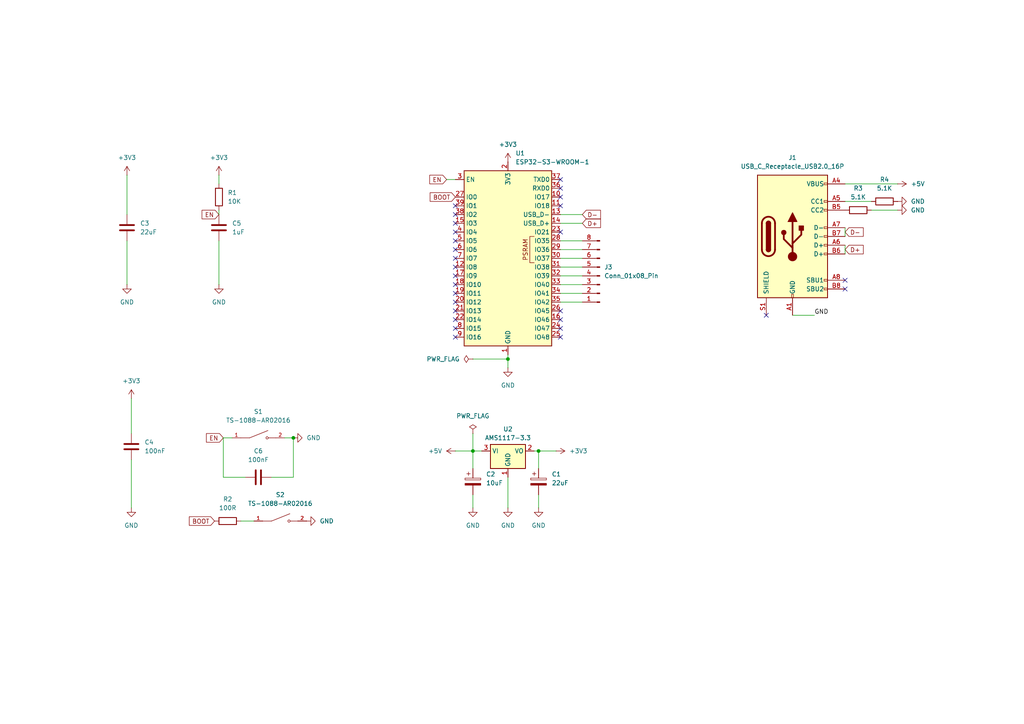
<source format=kicad_sch>
(kicad_sch (version 20231120) (generator "eeschema") (generator_version "8.0")
  (paper "A4")
  (lib_symbols
    (symbol "Connector:Conn_01x08_Pin" (pin_names (offset 1.016) hide)
      (property "Reference" "J" (at 0 10.16 0))
      (property "Value" "Conn_01x08_Pin" (at 0 -12.7 0))
      (symbol "Conn_01x08_Pin_1_1"
        (polyline (pts (xy 1.27 -10.16) (xy 0.8636 -10.16)) (stroke (width 0.1524)))
        (polyline (pts (xy 1.27 -7.62) (xy 0.8636 -7.62)) (stroke (width 0.1524)))
        (polyline (pts (xy 1.27 -5.08) (xy 0.8636 -5.08)) (stroke (width 0.1524)))
        (polyline (pts (xy 1.27 -2.54) (xy 0.8636 -2.54)) (stroke (width 0.1524)))
        (polyline (pts (xy 1.27 0) (xy 0.8636 0)) (stroke (width 0.1524)))
        (polyline (pts (xy 1.27 2.54) (xy 0.8636 2.54)) (stroke (width 0.1524)))
        (polyline (pts (xy 1.27 5.08) (xy 0.8636 5.08)) (stroke (width 0.1524)))
        (polyline (pts (xy 1.27 7.62) (xy 0.8636 7.62)) (stroke (width 0.1524)))
        (rectangle (start 0.8636 -10.033) (end 0 -10.287) (stroke (width 0.1524)) (fill (type outline)))
        (rectangle (start 0.8636 -7.493) (end 0 -7.747) (stroke (width 0.1524)) (fill (type outline)))
        (rectangle (start 0.8636 -4.953) (end 0 -5.207) (stroke (width 0.1524)) (fill (type outline)))
        (rectangle (start 0.8636 -2.413) (end 0 -2.667) (stroke (width 0.1524)) (fill (type outline)))
        (rectangle (start 0.8636 0.127) (end 0 -0.127) (stroke (width 0.1524)) (fill (type outline)))
        (rectangle (start 0.8636 2.667) (end 0 2.413) (stroke (width 0.1524)) (fill (type outline)))
        (rectangle (start 0.8636 5.207) (end 0 4.953) (stroke (width 0.1524)) (fill (type outline)))
        (rectangle (start 0.8636 7.747) (end 0 7.493) (stroke (width 0.1524)) (fill (type outline)))
        (pin passive line (at 5.08 7.62 180) (length 3.81) (name "Pin_1") (number "1"))
        (pin passive line (at 5.08 5.08 180) (length 3.81) (name "Pin_2") (number "2"))
        (pin passive line (at 5.08 2.54 180) (length 3.81) (name "Pin_3") (number "3"))
        (pin passive line (at 5.08 0 180) (length 3.81) (name "Pin_4") (number "4"))
        (pin passive line (at 5.08 -2.54 180) (length 3.81) (name "Pin_5") (number "5"))
        (pin passive line (at 5.08 -5.08 180) (length 3.81) (name "Pin_6") (number "6"))
        (pin passive line (at 5.08 -7.62 180) (length 3.81) (name "Pin_7") (number "7"))
        (pin passive line (at 5.08 -10.16 180) (length 3.81) (name "Pin_8") (number "8"))
      )
    )
    (symbol "Connector:USB_C_Receptacle_USB2.0_16P" (pin_names (offset 1.016))
      (property "Reference" "J" (at 0 22.225 0))
      (property "Value" "USB_C_Receptacle_USB2.0_16P" (at 0 19.685 0))
      (symbol "USB_C_Receptacle_USB2.0_16P_0_0"
        (rectangle (start -0.254 -17.78) (end 0.254 -16.764))
        (rectangle (start 10.16 -14.986) (end 9.144 -15.494))
        (rectangle (start 10.16 -12.446) (end 9.144 -12.954))
        (rectangle (start 10.16 -4.826) (end 9.144 -5.334))
        (rectangle (start 10.16 -2.286) (end 9.144 -2.794))
        (rectangle (start 10.16 0.254) (end 9.144 -0.254))
        (rectangle (start 10.16 2.794) (end 9.144 2.286))
        (rectangle (start 10.16 7.874) (end 9.144 7.366))
        (rectangle (start 10.16 10.414) (end 9.144 9.906))
        (rectangle (start 10.16 15.494) (end 9.144 14.986))
      )
      (symbol "USB_C_Receptacle_USB2.0_16P_0_1"
        (rectangle (start -10.16 17.78) (end 10.16 -17.78) (stroke (width 0.254)) (fill (type background)))
        (arc (start -8.89 -3.81) (mid -6.985 -5.7067) (end -5.08 -3.81) (stroke (width 0.508)))
        (arc (start -7.62 -3.81) (mid -6.985 -4.4423) (end -6.35 -3.81) (stroke (width 0.254)))
        (arc (start -7.62 -3.81) (mid -6.985 -4.4423) (end -6.35 -3.81) (stroke (width 0.254)) (fill (type outline)))
        (rectangle (start -7.62 -3.81) (end -6.35 3.81) (stroke (width 0.254)) (fill (type outline)))
        (arc (start -6.35 3.81) (mid -6.985 4.4423) (end -7.62 3.81) (stroke (width 0.254)))
        (arc (start -6.35 3.81) (mid -6.985 4.4423) (end -7.62 3.81) (stroke (width 0.254)) (fill (type outline)))
        (arc (start -5.08 3.81) (mid -6.985 5.7067) (end -8.89 3.81) (stroke (width 0.508)))
        (circle (center -2.54 1.143) (radius 0.635) (stroke (width 0.254)) (fill (type outline)))
        (circle (center 0 -5.842) (radius 1.27) (fill (type outline)))
        (polyline (pts (xy -8.89 -3.81) (xy -8.89 3.81)) (stroke (width 0.508)))
        (polyline (pts (xy -5.08 3.81) (xy -5.08 -3.81)) (stroke (width 0.508)))
        (polyline (pts (xy 0 -5.842) (xy 0 4.318)) (stroke (width 0.508)))
        (polyline (pts (xy 0 -3.302) (xy -2.54 -0.762) (xy -2.54 0.508)) (stroke (width 0.508)))
        (polyline (pts (xy 0 -2.032) (xy 2.54 0.508) (xy 2.54 1.778)) (stroke (width 0.508)))
        (polyline (pts (xy -1.27 4.318) (xy 0 6.858) (xy 1.27 4.318) (xy -1.27 4.318)) (stroke (width 0.254)) (fill (type outline)))
        (rectangle (start 1.905 1.778) (end 3.175 3.048) (stroke (width 0.254)) (fill (type outline)))
      )
      (symbol "USB_C_Receptacle_USB2.0_16P_1_1"
        (pin passive line (at 0 -22.86 90) (length 5.08) (name "GND") (number "A1"))
        (pin passive line (at 0 -22.86 90) (length 5.08) hide (name "GND") (number "A12"))
        (pin passive line (at 15.24 15.24 180) (length 5.08) (name "VBUS") (number "A4"))
        (pin bidirectional line (at 15.24 10.16 180) (length 5.08) (name "CC1") (number "A5"))
        (pin bidirectional line (at 15.24 -2.54 180) (length 5.08) (name "D+") (number "A6"))
        (pin bidirectional line (at 15.24 2.54 180) (length 5.08) (name "D-") (number "A7"))
        (pin bidirectional line (at 15.24 -12.7 180) (length 5.08) (name "SBU1") (number "A8"))
        (pin passive line (at 15.24 15.24 180) (length 5.08) hide (name "VBUS") (number "A9"))
        (pin passive line (at 0 -22.86 90) (length 5.08) hide (name "GND") (number "B1"))
        (pin passive line (at 0 -22.86 90) (length 5.08) hide (name "GND") (number "B12"))
        (pin passive line (at 15.24 15.24 180) (length 5.08) hide (name "VBUS") (number "B4"))
        (pin bidirectional line (at 15.24 7.62 180) (length 5.08) (name "CC2") (number "B5"))
        (pin bidirectional line (at 15.24 -5.08 180) (length 5.08) (name "D+") (number "B6"))
        (pin bidirectional line (at 15.24 0 180) (length 5.08) (name "D-") (number "B7"))
        (pin bidirectional line (at 15.24 -15.24 180) (length 5.08) (name "SBU2") (number "B8"))
        (pin passive line (at 15.24 15.24 180) (length 5.08) hide (name "VBUS") (number "B9"))
        (pin passive line (at -7.62 -22.86 90) (length 5.08) (name "SHIELD") (number "S1"))
      )
    )
    (symbol "Device:C" (pin_numbers hide) (pin_names (offset 0.254))
      (property "Reference" "C" (at 0.635 2.54 0))
      (property "Value" "C" (at 0.635 -2.54 0))
      (symbol "C_0_1"
        (polyline (pts (xy -2.032 -0.762) (xy 2.032 -0.762)) (stroke (width 0.508)))
        (polyline (pts (xy -2.032 0.762) (xy 2.032 0.762)) (stroke (width 0.508)))
      )
      (symbol "C_1_1"
        (pin passive line (at 0 3.81 270) (length 2.794) (name "~") (number "1"))
        (pin passive line (at 0 -3.81 90) (length 2.794) (name "~") (number "2"))
      )
    )
    (symbol "Device:C_Polarized" (pin_numbers hide) (pin_names (offset 0.254))
      (property "Reference" "C" (at 0.635 2.54 0))
      (property "Value" "C_Polarized" (at 0.635 -2.54 0))
      (symbol "C_Polarized_0_1"
        (rectangle (start -2.286 0.508) (end 2.286 1.016))
        (polyline (pts (xy -1.778 2.286) (xy -0.762 2.286)))
        (polyline (pts (xy -1.27 2.794) (xy -1.27 1.778)))
        (rectangle (start 2.286 -0.508) (end -2.286 -1.016) (fill (type outline)))
      )
      (symbol "C_Polarized_1_1"
        (pin passive line (at 0 3.81 270) (length 2.794) (name "~") (number "1"))
        (pin passive line (at 0 -3.81 90) (length 2.794) (name "~") (number "2"))
      )
    )
    (symbol "Device:R" (pin_numbers hide) (pin_names (offset 0))
      (property "Reference" "R" (at 2.032 0 90))
      (property "Value" "R" (at 0 0 90))
      (symbol "R_0_1"
        (rectangle (start -1.016 -2.54) (end 1.016 2.54) (stroke (width 0.254)))
      )
      (symbol "R_1_1"
        (pin passive line (at 0 3.81 270) (length 1.27) (name "~") (number "1"))
        (pin passive line (at 0 -3.81 90) (length 1.27) (name "~") (number "2"))
      )
    )
    (symbol "RF_Module:ESP32-S3-WROOM-1"
      (property "Reference" "U" (at -12.7 26.67 0))
      (property "Value" "ESP32-S3-WROOM-1" (at 12.7 26.67 0))
      (symbol "ESP32-S3-WROOM-1_0_0"
        (rectangle (start -12.7 25.4) (end 12.7 -25.4) (stroke (width 0.254)) (fill (type background)))
        (text "PSRAM" (at 5.08 2.54 900) (effects (font (size 1.27 1.27))))
      )
      (symbol "ESP32-S3-WROOM-1_0_1"
        (polyline (pts (xy 7.62 -1.27) (xy 6.35 -1.27) (xy 6.35 6.35) (xy 7.62 6.35)))
      )
      (symbol "ESP32-S3-WROOM-1_1_1"
        (pin power_in line (at 0 -27.94 90) (length 2.54) (name "GND") (number "1"))
        (pin bidirectional line (at 15.24 17.78 180) (length 2.54) (name "IO17") (number "10"))
        (pin bidirectional line (at 15.24 15.24 180) (length 2.54) (name "IO18") (number "11"))
        (pin bidirectional line (at -15.24 -2.54 0) (length 2.54) (name "IO8") (number "12"))
        (pin bidirectional line (at 15.24 12.7 180) (length 2.54) (name "USB_D-") (number "13"))
        (pin bidirectional line (at 15.24 10.16 180) (length 2.54) (name "USB_D+") (number "14"))
        (pin bidirectional line (at -15.24 10.16 0) (length 2.54) (name "IO3") (number "15"))
        (pin bidirectional line (at 15.24 -17.78 180) (length 2.54) (name "IO46") (number "16"))
        (pin bidirectional line (at -15.24 -5.08 0) (length 2.54) (name "IO9") (number "17"))
        (pin bidirectional line (at -15.24 -7.62 0) (length 2.54) (name "IO10") (number "18"))
        (pin bidirectional line (at -15.24 -10.16 0) (length 2.54) (name "IO11") (number "19"))
        (pin power_in line (at 0 27.94 270) (length 2.54) (name "3V3") (number "2"))
        (pin bidirectional line (at -15.24 -12.7 0) (length 2.54) (name "IO12") (number "20"))
        (pin bidirectional line (at -15.24 -15.24 0) (length 2.54) (name "IO13") (number "21"))
        (pin bidirectional line (at -15.24 -17.78 0) (length 2.54) (name "IO14") (number "22"))
        (pin bidirectional line (at 15.24 7.62 180) (length 2.54) (name "IO21") (number "23"))
        (pin bidirectional line (at 15.24 -20.32 180) (length 2.54) (name "IO47") (number "24"))
        (pin bidirectional line (at 15.24 -22.86 180) (length 2.54) (name "IO48") (number "25"))
        (pin bidirectional line (at 15.24 -15.24 180) (length 2.54) (name "IO45") (number "26"))
        (pin bidirectional line (at -15.24 17.78 0) (length 2.54) (name "IO0") (number "27"))
        (pin bidirectional line (at 15.24 5.08 180) (length 2.54) (name "IO35") (number "28"))
        (pin bidirectional line (at 15.24 2.54 180) (length 2.54) (name "IO36") (number "29"))
        (pin input line (at -15.24 22.86 0) (length 2.54) (name "EN") (number "3"))
        (pin bidirectional line (at 15.24 0 180) (length 2.54) (name "IO37") (number "30"))
        (pin bidirectional line (at 15.24 -2.54 180) (length 2.54) (name "IO38") (number "31"))
        (pin bidirectional line (at 15.24 -5.08 180) (length 2.54) (name "IO39") (number "32"))
        (pin bidirectional line (at 15.24 -7.62 180) (length 2.54) (name "IO40") (number "33"))
        (pin bidirectional line (at 15.24 -10.16 180) (length 2.54) (name "IO41") (number "34"))
        (pin bidirectional line (at 15.24 -12.7 180) (length 2.54) (name "IO42") (number "35"))
        (pin bidirectional line (at 15.24 20.32 180) (length 2.54) (name "RXD0") (number "36"))
        (pin bidirectional line (at 15.24 22.86 180) (length 2.54) (name "TXD0") (number "37"))
        (pin bidirectional line (at -15.24 12.7 0) (length 2.54) (name "IO2") (number "38"))
        (pin bidirectional line (at -15.24 15.24 0) (length 2.54) (name "IO1") (number "39"))
        (pin bidirectional line (at -15.24 7.62 0) (length 2.54) (name "IO4") (number "4"))
        (pin passive line (at 0 -27.94 90) (length 2.54) hide (name "GND") (number "40"))
        (pin passive line (at 0 -27.94 90) (length 2.54) hide (name "GND") (number "41"))
        (pin bidirectional line (at -15.24 5.08 0) (length 2.54) (name "IO5") (number "5"))
        (pin bidirectional line (at -15.24 2.54 0) (length 2.54) (name "IO6") (number "6"))
        (pin bidirectional line (at -15.24 0 0) (length 2.54) (name "IO7") (number "7"))
        (pin bidirectional line (at -15.24 -20.32 0) (length 2.54) (name "IO15") (number "8"))
        (pin bidirectional line (at -15.24 -22.86 0) (length 2.54) (name "IO16") (number "9"))
      )
    )
    (symbol "Regulator_Linear:AMS1117-3.3"
      (property "Reference" "U" (at -3.81 3.175 0))
      (property "Value" "AMS1117-3.3" (at 0 3.175 0))
      (symbol "AMS1117-3.3_0_1"
        (rectangle (start -5.08 -5.08) (end 5.08 1.905) (stroke (width 0.254)) (fill (type background)))
      )
      (symbol "AMS1117-3.3_1_1"
        (pin power_in line (at 0 -7.62 90) (length 2.54) (name "GND") (number "1"))
        (pin power_out line (at 7.62 0 180) (length 2.54) (name "VO") (number "2"))
        (pin power_in line (at -7.62 0 0) (length 2.54) (name "VI") (number "3"))
      )
    )
    (symbol "TS-1088-AR02016:TS-1088-AR02016" (pin_names (offset 1.016))
      (property "Reference" "S" (at -2.54 2.54 0))
      (property "Value" "TS-1088-AR02016" (at -2.54 -2.54 0))
      (symbol "TS-1088-AR02016_0_0"
        (polyline (pts (xy -2.54 0) (xy -5.08 0)) (stroke (width 0.1524)))
        (polyline (pts (xy -2.54 0) (xy 2.794 2.1336)) (stroke (width 0.1524)))
        (polyline (pts (xy 5.08 0) (xy 2.921 0)) (stroke (width 0.1524)))
        (circle (center 2.54 0) (radius 0.3302) (stroke (width 0.1524)))
        (pin passive line (at -7.62 0 0) (length 2.54) (name "~") (number "1"))
        (pin passive line (at 7.62 0 180) (length 2.54) (name "~") (number "2"))
      )
    )
    (symbol "power:+3V3" (power) (pin_numbers hide) (pin_names (offset 0) hide)
      (property "Value" "+3V3" (at 0 3.556 0))
      (symbol "+3V3_0_1"
        (polyline (pts (xy -0.762 1.27) (xy 0 2.54)))
        (polyline (pts (xy 0 0) (xy 0 2.54)))
        (polyline (pts (xy 0 2.54) (xy 0.762 1.27)))
      )
      (symbol "+3V3_1_1"
        (pin power_in line (at 0 0 90) (length 0) (name "~") (number "1"))
      )
    )
    (symbol "power:+5V" (power) (pin_numbers hide) (pin_names (offset 0) hide)
      (property "Value" "+5V" (at 0 3.556 0))
      (symbol "+5V_0_1"
        (polyline (pts (xy -0.762 1.27) (xy 0 2.54)))
        (polyline (pts (xy 0 0) (xy 0 2.54)))
        (polyline (pts (xy 0 2.54) (xy 0.762 1.27)))
      )
      (symbol "+5V_1_1"
        (pin power_in line (at 0 0 90) (length 0) (name "~") (number "1"))
      )
    )
    (symbol "power:GND" (power) (pin_numbers hide) (pin_names (offset 0) hide)
      (property "Value" "GND" (at 0 -3.81 0))
      (symbol "GND_0_1"
        (polyline (pts (xy 0 0) (xy 0 -1.27) (xy 1.27 -1.27) (xy 0 -2.54) (xy -1.27 -1.27) (xy 0 -1.27)))
      )
      (symbol "GND_1_1"
        (pin power_in line (at 0 0 270) (length 0) (name "~") (number "1"))
      )
    )
    (symbol "power:PWR_FLAG" (power) (pin_numbers hide) (pin_names (offset 0) hide)
      (property "Value" "PWR_FLAG" (at 0 3.81 0))
      (symbol "PWR_FLAG_0_0"
        (pin power_out line (at 0 0 90) (length 0) (name "~") (number "1"))
      )
      (symbol "PWR_FLAG_0_1"
        (polyline (pts (xy 0 0) (xy 0 1.27) (xy -1.016 1.905) (xy 0 2.54) (xy 1.016 1.905) (xy 0 1.27)))
      )
    )
  )
  (junction (at 156.21 130.81))
  (junction (at 85.09 127))
  (junction (at 147.32 104.14))
  (junction (at 137.16 130.81))
  (no_connect (at 162.56 67.31))
  (no_connect (at 132.08 97.79))
  (no_connect (at 162.56 95.25))
  (no_connect (at 132.08 87.63))
  (no_connect (at 132.08 92.71))
  (no_connect (at 132.08 95.25))
  (no_connect (at 222.25 91.44))
  (no_connect (at 132.08 62.23))
  (no_connect (at 162.56 90.17))
  (no_connect (at 162.56 59.69))
  (no_connect (at 162.56 97.79))
  (no_connect (at 132.08 74.93))
  (no_connect (at 162.56 57.15))
  (no_connect (at 162.56 52.07))
  (no_connect (at 162.56 92.71))
  (no_connect (at 132.08 69.85))
  (no_connect (at 132.08 67.31))
  (no_connect (at 132.08 77.47))
  (no_connect (at 132.08 82.55))
  (no_connect (at 245.11 83.82))
  (no_connect (at 245.11 81.28))
  (no_connect (at 132.08 90.17))
  (no_connect (at 132.08 80.01))
  (no_connect (at 132.08 85.09))
  (no_connect (at 162.56 54.61))
  (no_connect (at 132.08 59.69))
  (no_connect (at 132.08 64.77))
  (no_connect (at 132.08 72.39))
  (wire (pts (xy 82.55 127) (xy 85.09 127)))
  (wire (pts (xy 132.08 130.81) (xy 137.16 130.81)))
  (wire (pts (xy 63.5 69.85) (xy 63.5 82.55)))
  (wire (pts (xy 245.11 53.34) (xy 260.35 53.34)))
  (wire (pts (xy 64.77 127) (xy 64.77 138.43)))
  (wire (pts (xy 38.1 115.57) (xy 38.1 125.73)))
  (wire (pts (xy 168.91 64.77) (xy 162.56 64.77)))
  (wire (pts (xy 245.11 58.42) (xy 252.73 58.42)))
  (wire (pts (xy 162.56 87.63) (xy 168.91 87.63)))
  (wire (pts (xy 85.09 138.43) (xy 78.74 138.43)))
  (wire (pts (xy 162.56 72.39) (xy 168.91 72.39)))
  (wire (pts (xy 229.87 91.44) (xy 236.22 91.44)))
  (wire (pts (xy 69.85 151.13) (xy 73.66 151.13)))
  (wire (pts (xy 137.16 130.81) (xy 137.16 135.89)))
  (wire (pts (xy 85.09 127) (xy 85.09 138.43)))
  (wire (pts (xy 156.21 130.81) (xy 156.21 135.89)))
  (wire (pts (xy 147.32 138.43) (xy 147.32 147.32)))
  (wire (pts (xy 162.56 74.93) (xy 168.91 74.93)))
  (wire (pts (xy 154.94 130.81) (xy 156.21 130.81)))
  (wire (pts (xy 245.11 66.04) (xy 245.11 68.58)))
  (wire (pts (xy 137.16 104.14) (xy 147.32 104.14)))
  (wire (pts (xy 162.56 77.47) (xy 168.91 77.47)))
  (wire (pts (xy 38.1 147.32) (xy 38.1 133.35)))
  (wire (pts (xy 162.56 69.85) (xy 168.91 69.85)))
  (wire (pts (xy 137.16 130.81) (xy 139.7 130.81)))
  (wire (pts (xy 162.56 82.55) (xy 168.91 82.55)))
  (wire (pts (xy 168.91 62.23) (xy 162.56 62.23)))
  (wire (pts (xy 137.16 125.73) (xy 137.16 130.81)))
  (wire (pts (xy 63.5 60.96) (xy 63.5 62.23)))
  (wire (pts (xy 67.31 127) (xy 64.77 127)))
  (wire (pts (xy 36.83 50.8) (xy 36.83 62.23)))
  (wire (pts (xy 162.56 85.09) (xy 168.91 85.09)))
  (wire (pts (xy 162.56 80.01) (xy 168.91 80.01)))
  (wire (pts (xy 252.73 60.96) (xy 260.35 60.96)))
  (wire (pts (xy 63.5 50.8) (xy 63.5 53.34)))
  (wire (pts (xy 36.83 82.55) (xy 36.83 69.85)))
  (wire (pts (xy 129.54 52.07) (xy 132.08 52.07)))
  (wire (pts (xy 64.77 138.43) (xy 71.12 138.43)))
  (wire (pts (xy 147.32 102.87) (xy 147.32 104.14)))
  (wire (pts (xy 147.32 104.14) (xy 147.32 106.68)))
  (wire (pts (xy 156.21 143.51) (xy 156.21 147.32)))
  (wire (pts (xy 137.16 143.51) (xy 137.16 147.32)))
  (wire (pts (xy 245.11 71.12) (xy 245.11 73.66)))
  (wire (pts (xy 161.29 130.81) (xy 156.21 130.81)))
  (label "GND" (at 236.22 91.44 0))
  (global_label "EN" (shape input) (at 64.77 127 180) (property "Intersheetrefs" "${INTERSHEET_REFS}" (effects (hide yes))))
  (global_label "EN" (shape input) (at 63.5 62.23 180) (property "Intersheetrefs" "${INTERSHEET_REFS}" (effects (hide yes))))
  (global_label "D-" (shape input) (at 245.11 67.31 0) (property "Intersheetrefs" "${INTERSHEET_REFS}" (effects (hide yes))))
  (global_label "D-" (shape input) (at 168.91 62.23 0) (property "Intersheetrefs" "${INTERSHEET_REFS}" (effects (hide yes))))
  (global_label "BOOT" (shape input) (at 62.23 151.13 180) (property "Intersheetrefs" "${INTERSHEET_REFS}" (effects (hide yes))))
  (global_label "D+" (shape input) (at 245.11 72.39 0) (property "Intersheetrefs" "${INTERSHEET_REFS}" (effects (hide yes))))
  (global_label "BOOT" (shape input) (at 132.08 57.15 180) (property "Intersheetrefs" "${INTERSHEET_REFS}" (effects (hide yes))))
  (global_label "D+" (shape input) (at 168.91 64.77 0) (property "Intersheetrefs" "${INTERSHEET_REFS}" (effects (hide yes))))
  (global_label "EN" (shape input) (at 129.54 52.07 180) (property "Intersheetrefs" "${INTERSHEET_REFS}" (effects (hide yes))))
  (symbol (lib_id "Device:C") (at 38.1 129.54 0) (unit 1)
    (property "Reference" "C4" (at 41.91 128.2699 0) (effects (justify left)))
    (property "Value" "100nF" (at 41.91 130.8099 0) (effects (justify left)))
    (property "Footprint" "Capacitor_SMD:C_0603_1608Metric" (effects (hide yes)))
    (property "Description" "Unpolarized capacitor" (effects (hide yes)))
  )
  (symbol (lib_id "power:+3V3") (at 161.29 130.81 270) (unit 1)
    (property "Reference" "#PWR7" (effects (hide yes)))
    (property "Value" "+3V3" (at 165.1 130.8099 90) (effects (justify left)))
    (property "Description" "Power symbol creates a global label with name \"+3V3\"" (effects (hide yes)))
  )
  (symbol (lib_id "power:GND") (at 260.35 60.96 90) (unit 1)
    (property "Reference" "#PWR17" (effects (hide yes)))
    (property "Value" "GND" (at 264.16 60.9599 90) (effects (justify right)))
    (property "Description" "Power symbol creates a global label with name \"GND\" , ground" (effects (hide yes)))
  )
  (symbol (lib_id "power:GND") (at 147.32 147.32 0) (unit 1)
    (property "Reference" "#PWR4" (effects (hide yes)))
    (property "Value" "GND" (at 147.32 152.4 0))
    (property "Description" "Power symbol creates a global label with name \"GND\" , ground" (effects (hide yes)))
  )
  (symbol (lib_id "power:GND") (at 85.09 127 90) (unit 1)
    (property "Reference" "#PWR14" (effects (hide yes)))
    (property "Value" "GND" (at 88.9 126.9999 90) (effects (justify right)))
    (property "Description" "Power symbol creates a global label with name \"GND\" , ground" (effects (hide yes)))
  )
  (symbol (lib_id "power:+3V3") (at 36.83 50.8 0) (unit 1)
    (property "Reference" "#PWR8" (effects (hide yes)))
    (property "Value" "+3V3" (at 36.83 45.72 0))
    (property "Description" "Power symbol creates a global label with name \"+3V3\"" (effects (hide yes)))
  )
  (symbol (lib_id "TS-1088-AR02016:TS-1088-AR02016") (at 74.93 127 0) (unit 1)
    (property "Reference" "S1" (at 74.93 119.38 0))
    (property "Value" "TS-1088-AR02016" (at 74.93 121.92 0))
    (property "Footprint" "TS-1088-AR02016:SW_TS-1088-AR02016" (effects (hide yes)))
    (property "MF" "Xunpu" (effects (hide yes)))
    (property "MAXIMUM_PACKAGE_HEIGHT" "2.0 mm" (effects (hide yes)))
    (property "Package" "Package" (effects (hide yes)))
    (property "Price" "None" (effects (hide yes)))
    (property "Check_prices" "https://www.snapeda.com/parts/TS-1088-AR02016/Xunpu/view-part/?ref=eda" (effects (hide yes)))
    (property "STANDARD" "Manufacturer Recommendations" (effects (hide yes)))
    (property "PARTREV" "N/A" (effects (hide yes)))
    (property "SnapEDA_Link" "https://www.snapeda.com/parts/TS-1088-AR02016/Xunpu/view-part/?ref=snap" (effects (hide yes)))
    (property "MP" "TS-1088-AR02016" (effects (hide yes)))
    (property "Description_1" "\n                        \n                            50mA 4mm 100MΩ 100,000 Times 12V 160gf 3mm 2mm Round Button Vertical welding SPST SMD Tactile Switches ROHS\n                        \n" (effects (hide yes)))
    (property "Availability" "Not in stock" (effects (hide yes)))
    (property "MANUFACTURER" "Xunpu" (effects (hide yes)))
  )
  (symbol (lib_id "power:GND") (at 156.21 147.32 0) (unit 1)
    (property "Reference" "#PWR6" (effects (hide yes)))
    (property "Value" "GND" (at 156.21 152.4 0))
    (property "Description" "Power symbol creates a global label with name \"GND\" , ground" (effects (hide yes)))
  )
  (symbol (lib_id "power:GND") (at 147.32 106.68 0) (unit 1)
    (property "Reference" "#PWR20" (effects (hide yes)))
    (property "Value" "GND" (at 147.32 111.76 0))
    (property "Description" "Power symbol creates a global label with name \"GND\" , ground" (effects (hide yes)))
  )
  (symbol (lib_id "Device:C_Polarized") (at 137.16 139.7 0) (unit 1)
    (property "Reference" "C2" (at 140.97 137.5409 0) (effects (justify left)))
    (property "Value" "10uF" (at 140.97 140.0809 0) (effects (justify left)))
    (property "Footprint" "Capacitor_SMD:C_0805_2012Metric" (effects (hide yes)))
    (property "Description" "Polarized capacitor" (effects (hide yes)))
  )
  (symbol (lib_id "power:PWR_FLAG") (at 137.16 104.14 90) (unit 1)
    (property "Reference" "#FLG2" (effects (hide yes)))
    (property "Value" "PWR_FLAG" (at 133.35 104.1399 90) (effects (justify left)))
    (property "Description" "Special symbol for telling ERC where power comes from" (effects (hide yes)))
  )
  (symbol (lib_id "Device:C") (at 63.5 66.04 0) (unit 1)
    (property "Reference" "C5" (at 67.31 64.7699 0) (effects (justify left)))
    (property "Value" "1uF" (at 67.31 67.3099 0) (effects (justify left)))
    (property "Footprint" "Resistor_SMD:R_0805_2012Metric" (effects (hide yes)))
    (property "Description" "Unpolarized capacitor" (effects (hide yes)))
  )
  (symbol (lib_id "Connector:USB_C_Receptacle_USB2.0_16P") (at 229.87 68.58 0) (unit 1)
    (property "Reference" "J1" (at 229.87 45.72 0))
    (property "Value" "USB_C_Receptacle_USB2.0_16P" (at 229.87 48.26 0))
    (property "Footprint" "Connector_USB:USB_C_Receptacle_GCT_USB4105-xx-A_16P_TopMnt_Horizontal" (effects (hide yes)))
    (property "Datasheet" "https://www.usb.org/sites/default/files/documents/usb_type-c.zip" (effects (hide yes)))
    (property "Description" "USB 2.0-only 16P Type-C Receptacle connector" (effects (hide yes)))
  )
  (symbol (lib_id "Connector:Conn_01x08_Pin") (at 173.99 80.01 180) (unit 1)
    (property "Reference" "J3" (at 175.26 77.4699 0) (effects (justify right)))
    (property "Value" "Conn_01x08_Pin" (at 175.26 80.0099 0) (effects (justify right)))
    (property "Footprint" "Connector_PinHeader_1.00mm:PinHeader_1x08_P1.00mm_Vertical" (effects (hide yes)))
    (property "Description" "Generic connector, single row, 01x08, script generated" (effects (hide yes)))
  )
  (symbol (lib_id "Device:R") (at 63.5 57.15 0) (unit 1)
    (property "Reference" "R1" (at 66.04 55.8799 0) (effects (justify left)))
    (property "Value" "10K" (at 66.04 58.4199 0) (effects (justify left)))
    (property "Footprint" "Capacitor_SMD:C_0805_2012Metric" (effects (hide yes)))
    (property "Description" "Resistor" (effects (hide yes)))
  )
  (symbol (lib_id "power:GND") (at 260.35 58.42 90) (unit 1)
    (property "Reference" "#PWR16" (effects (hide yes)))
    (property "Value" "GND" (at 264.16 58.4199 90) (effects (justify right)))
    (property "Description" "Power symbol creates a global label with name \"GND\" , ground" (effects (hide yes)))
  )
  (symbol (lib_id "Regulator_Linear:AMS1117-3.3") (at 147.32 130.81 0) (unit 1)
    (property "Reference" "U2" (at 147.32 124.46 0))
    (property "Value" "AMS1117-3.3" (at 147.32 127 0))
    (property "Footprint" "Package_TO_SOT_SMD:SOT-223-3_TabPin2" (effects (hide yes)))
    (property "Datasheet" "http://www.advanced-monolithic.com/pdf/ds1117.pdf" (effects (hide yes)))
    (property "Description" "1A Low Dropout regulator, positive, 3.3V fixed output, SOT-223" (effects (hide yes)))
  )
  (symbol (lib_id "power:+3V3") (at 63.5 50.8 0) (unit 1)
    (property "Reference" "#PWR12" (effects (hide yes)))
    (property "Value" "+3V3" (at 63.5 45.72 0))
    (property "Description" "Power symbol creates a global label with name \"+3V3\"" (effects (hide yes)))
  )
  (symbol (lib_id "Device:C_Polarized") (at 156.21 139.7 0) (unit 1)
    (property "Reference" "C1" (at 160.02 137.5409 0) (effects (justify left)))
    (property "Value" "22uF" (at 160.02 140.0809 0) (effects (justify left)))
    (property "Footprint" "Capacitor_SMD:C_0805_2012Metric" (effects (hide yes)))
    (property "Description" "Polarized capacitor" (effects (hide yes)))
  )
  (symbol (lib_id "power:PWR_FLAG") (at 137.16 125.73 0) (unit 1)
    (property "Reference" "#FLG1" (effects (hide yes)))
    (property "Value" "PWR_FLAG" (at 137.16 120.65 0))
    (property "Description" "Special symbol for telling ERC where power comes from" (effects (hide yes)))
  )
  (symbol (lib_id "Device:R") (at 248.92 60.96 90) (unit 1)
    (property "Reference" "R3" (at 248.92 54.61 90))
    (property "Value" "5.1K" (at 248.92 57.15 90))
    (property "Footprint" "Resistor_SMD:R_0805_2012Metric" (effects (hide yes)))
    (property "Description" "Resistor" (effects (hide yes)))
  )
  (symbol (lib_id "TS-1088-AR02016:TS-1088-AR02016") (at 81.28 151.13 0) (unit 1)
    (property "Reference" "S2" (at 81.28 143.51 0))
    (property "Value" "TS-1088-AR02016" (at 81.28 146.05 0))
    (property "Footprint" "TS-1088-AR02016:SW_TS-1088-AR02016" (effects (hide yes)))
    (property "MF" "Xunpu" (effects (hide yes)))
    (property "MAXIMUM_PACKAGE_HEIGHT" "2.0 mm" (effects (hide yes)))
    (property "Package" "Package" (effects (hide yes)))
    (property "Price" "None" (effects (hide yes)))
    (property "Check_prices" "https://www.snapeda.com/parts/TS-1088-AR02016/Xunpu/view-part/?ref=eda" (effects (hide yes)))
    (property "STANDARD" "Manufacturer Recommendations" (effects (hide yes)))
    (property "PARTREV" "N/A" (effects (hide yes)))
    (property "SnapEDA_Link" "https://www.snapeda.com/parts/TS-1088-AR02016/Xunpu/view-part/?ref=snap" (effects (hide yes)))
    (property "MP" "TS-1088-AR02016" (effects (hide yes)))
    (property "Description_1" "\n                        \n                            50mA 4mm 100MΩ 100,000 Times 12V 160gf 3mm 2mm Round Button Vertical welding SPST SMD Tactile Switches ROHS\n                        \n" (effects (hide yes)))
    (property "Availability" "Not in stock" (effects (hide yes)))
    (property "MANUFACTURER" "Xunpu" (effects (hide yes)))
  )
  (symbol (lib_id "Device:R") (at 256.54 58.42 90) (unit 1)
    (property "Reference" "R4" (at 256.54 52.07 90))
    (property "Value" "5.1K" (at 256.54 54.61 90))
    (property "Footprint" "Resistor_SMD:R_0805_2012Metric" (effects (hide yes)))
    (property "Description" "Resistor" (effects (hide yes)))
  )
  (symbol (lib_id "power:+5V") (at 132.08 130.81 90) (unit 1)
    (property "Reference" "#PWR19" (effects (hide yes)))
    (property "Value" "+5V" (at 128.27 130.8099 90) (effects (justify left)))
    (property "Description" "Power symbol creates a global label with name \"+5V\"" (effects (hide yes)))
  )
  (symbol (lib_id "power:+5V") (at 260.35 53.34 270) (unit 1)
    (property "Reference" "#PWR2" (effects (hide yes)))
    (property "Value" "+5V" (at 264.16 53.3399 90) (effects (justify left)))
    (property "Description" "Power symbol creates a global label with name \"+5V\"" (effects (hide yes)))
  )
  (symbol (lib_id "Device:R") (at 66.04 151.13 90) (unit 1)
    (property "Reference" "R2" (at 66.04 144.78 90))
    (property "Value" "100R" (at 66.04 147.32 90))
    (property "Footprint" "Resistor_SMD:R_0805_2012Metric" (effects (hide yes)))
    (property "Description" "Resistor" (effects (hide yes)))
  )
  (symbol (lib_id "Device:C") (at 74.93 138.43 90) (unit 1)
    (property "Reference" "C6" (at 74.93 130.81 90))
    (property "Value" "100nF" (at 74.93 133.35 90))
    (property "Footprint" "Capacitor_SMD:C_0805_2012Metric" (effects (hide yes)))
    (property "Description" "Unpolarized capacitor" (effects (hide yes)))
  )
  (symbol (lib_id "power:+3V3") (at 38.1 115.57 0) (unit 1)
    (property "Reference" "#PWR10" (effects (hide yes)))
    (property "Value" "+3V3" (at 38.1 110.49 0))
    (property "Description" "Power symbol creates a global label with name \"+3V3\"" (effects (hide yes)))
  )
  (symbol (lib_id "power:GND") (at 63.5 82.55 0) (unit 1)
    (property "Reference" "#PWR13" (effects (hide yes)))
    (property "Value" "GND" (at 63.5 87.63 0))
    (property "Description" "Power symbol creates a global label with name \"GND\" , ground" (effects (hide yes)))
  )
  (symbol (lib_id "power:+3V3") (at 147.32 46.99 0) (unit 1)
    (property "Reference" "#PWR1" (effects (hide yes)))
    (property "Value" "+3V3" (at 147.32 41.91 0))
    (property "Description" "Power symbol creates a global label with name \"+3V3\"" (effects (hide yes)))
  )
  (symbol (lib_id "Device:C") (at 36.83 66.04 0) (unit 1)
    (property "Reference" "C3" (at 40.64 64.7699 0) (effects (justify left)))
    (property "Value" "22uF" (at 40.64 67.3099 0) (effects (justify left)))
    (property "Footprint" "Capacitor_SMD:C_0603_1608Metric" (effects (hide yes)))
    (property "Description" "Unpolarized capacitor" (effects (hide yes)))
  )
  (symbol (lib_id "power:GND") (at 137.16 147.32 0) (unit 1)
    (property "Reference" "#PWR5" (effects (hide yes)))
    (property "Value" "GND" (at 137.16 152.4 0))
    (property "Description" "Power symbol creates a global label with name \"GND\" , ground" (effects (hide yes)))
  )
  (symbol (lib_id "power:GND") (at 36.83 82.55 0) (unit 1)
    (property "Reference" "#PWR9" (effects (hide yes)))
    (property "Value" "GND" (at 36.83 87.63 0))
    (property "Description" "Power symbol creates a global label with name \"GND\" , ground" (effects (hide yes)))
  )
  (symbol (lib_id "power:GND") (at 38.1 147.32 0) (unit 1)
    (property "Reference" "#PWR11" (effects (hide yes)))
    (property "Value" "GND" (at 38.1 152.4 0))
    (property "Description" "Power symbol creates a global label with name \"GND\" , ground" (effects (hide yes)))
  )
  (symbol (lib_id "power:GND") (at 88.9 151.13 90) (unit 1)
    (property "Reference" "#PWR15" (effects (hide yes)))
    (property "Value" "GND" (at 92.71 151.1299 90) (effects (justify right)))
    (property "Description" "Power symbol creates a global label with name \"GND\" , ground" (effects (hide yes)))
  )
  (symbol (lib_id "RF_Module:ESP32-S3-WROOM-1") (at 147.32 74.93 0) (unit 1)
    (property "Reference" "U1" (at 149.5141 44.45 0) (effects (justify left)))
    (property "Value" "ESP32-S3-WROOM-1" (at 149.5141 46.99 0) (effects (justify left)))
    (property "Footprint" "RF_Module:ESP32-S3-WROOM-1" (effects (hide yes)))
    (property "Datasheet" "https://www.espressif.com/sites/default/files/documentation/esp32-s3-wroom-1_wroom-1u_datasheet_en.pdf" (effects (hide yes)))
    (property "Description" "RF Module, ESP32-S3 SoC, Wi-Fi 802.11b/g/n, Bluetooth, BLE, 32-bit, 3.3V, onboard antenna, SMD" (effects (hide yes)))
  )
)
</source>
